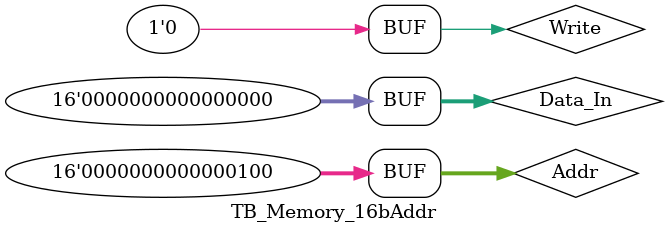
<source format=v>
`timescale 1ns / 1ps

//          Paramaters: 
//              Inputs:
//                      Addr: indexing address 
//                      Write: Write Signal-> will write to memory if 1
//                      Data_In: Data to be written into my_memory[Addr]
//              Outputs:
//                      Data_Out: horizontal line of datas
//              NOTE:
//                      I believe that when a write is enabled, the output Data_Out
//                      Will still hold the previous value
//////////////////////////////////////////////////////////////////////////////////


module TB_Memory_16bAddr();
    reg [15:0] Addr;
    reg Write;
    reg [15:0] Data_In;
    wire [15:0] Data_Out;
    
    // Instantiate working module Unit Under Test (UUT)
    // (Data I/O Address[16b], Write to memory if 1[1b], Data to write[16b], Data to read[16b])                  
    Memory_16bAddr      UUT       (Addr,Write,Data_In,Data_Out);
    
    //Testbench Stimulus
    initial 
        begin
        //Clk = 0; 
        // Write Data into memory
        #5  Addr = 0; Write = 1; Data_In = 2;
        #10 Addr = 1; Write = 1; Data_In = 4;
        #10 Addr = 2; Write = 1; Data_In = 8;
        #10 Addr = 3; Write = 1; Data_In = 16;
        #10 Addr = 4; Write = 1; Data_In = 32;
        // Read Data from memory
        #10 Addr = 1; Write = 0; Data_In = 0;
        #10 Addr = 2; Write = 0; Data_In = 0;
        #10 Addr = 3; Write = 0; Data_In = 0;
        #10 Addr = 4; Write = 0; Data_In = 0;
        end
    
//    always
//        #5 Clk = !Clk;
        
//    initial 
//        #400 $finish;
endmodule

</source>
